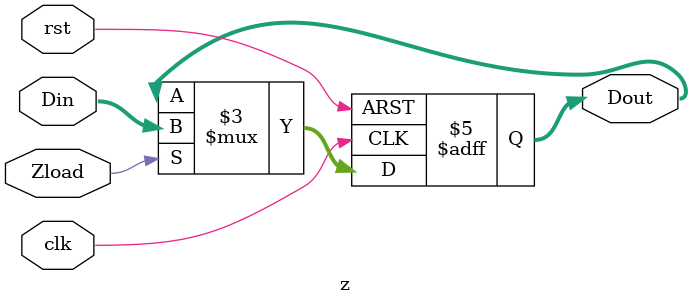
<source format=v>

module z(Din, clk, rst, Zload,Dout);

input [7:0] Din;
input clk, rst, Zload;

output [7:0] Dout;
reg [7:0] Dout;

always @(posedge clk or negedge rst) begin
    if (!rst)
        Dout <= 0;
    else if (Zload)
        Dout <= Din;
end

endmodule
</source>
